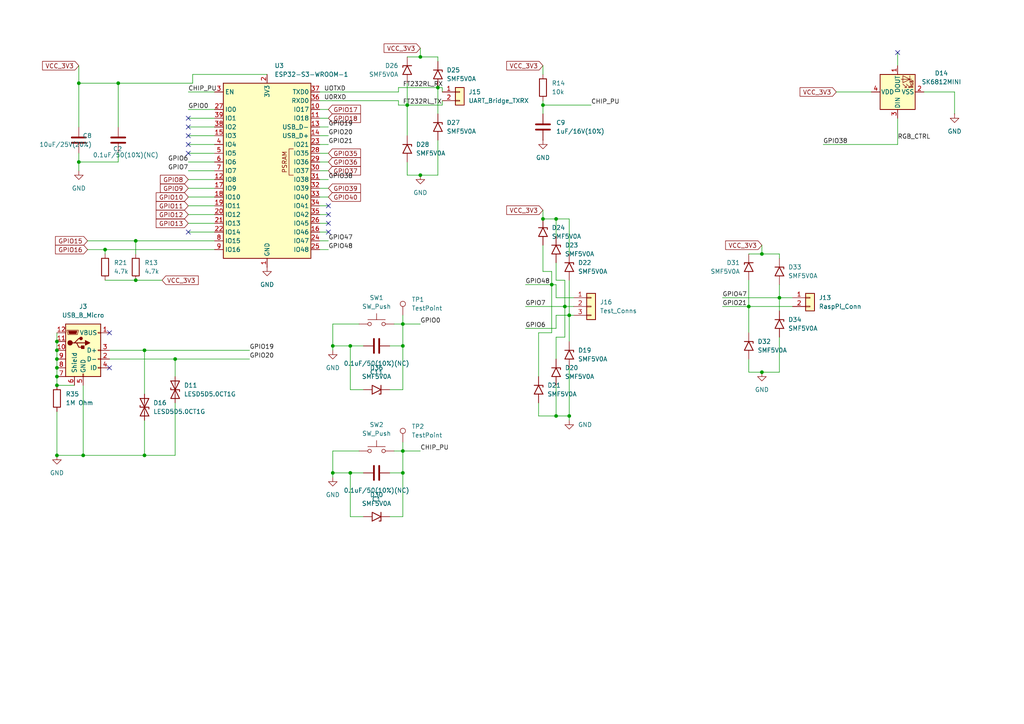
<source format=kicad_sch>
(kicad_sch (version 20250114) (generator "eeschema") (generator_version "9.0")
  (paper "A4")
  (lib_symbols
    (symbol "Connector:TestPoint" (pin_numbers (hide yes)) (pin_names (offset 0.762) (hide yes))
      (property "Reference" "TP" (at 0 6.858 0))
      (property "Value" "TestPoint" (at 0 5.08 0))
      (symbol "TestPoint_0_1"
        (circle (center 0 3.302) (radius 0.762))
      )
      (symbol "TestPoint_1_1"
        (pin passive line (at 0 0 90) (length 2.54) (name "1") (number "1"))
      )
    )
    (symbol "Connector:USB_B_Micro" (pin_names (offset 1.016))
      (property "Reference" "J3" (at 0 12.7 0))
      (property "Value" "USB_B_Micro" (at 0 10.16 0))
      (symbol "USB_B_Micro_0_1"
        (rectangle (start -5.08 -7.62) (end 5.08 7.62) (stroke (width 0.254)) (fill (type background)))
        (polyline (pts (xy -4.699 5.842) (xy -4.699 5.588) (xy -4.445 4.826) (xy -4.445 4.572) (xy -1.651 4.572) (xy -1.651 4.826) (xy -1.397 5.588) (xy -1.397 5.842) (xy -4.699 5.842)))
        (polyline (pts (xy -4.318 5.588) (xy -1.778 5.588) (xy -2.032 4.826) (xy -4.064 4.826) (xy -4.318 5.588)) (fill (type outline)))
        (circle (center -3.81 2.159) (radius 0.635) (stroke (width 0.254)) (fill (type outline)))
        (polyline (pts (xy -3.175 2.159) (xy -2.54 2.159) (xy -1.27 3.429) (xy -0.635 3.429)) (stroke (width 0.254)))
        (polyline (pts (xy -2.54 2.159) (xy -1.905 2.159) (xy -1.27 0.889) (xy 0 0.889)) (stroke (width 0.254)))
        (polyline (pts (xy -1.905 2.159) (xy 0.635 2.159)) (stroke (width 0.254)))
        (circle (center -0.635 3.429) (radius 0.381) (stroke (width 0.254)) (fill (type outline)))
        (rectangle (start -0.127 -7.62) (end 0.127 -6.858))
        (rectangle (start 0.254 1.27) (end -0.508 0.508) (stroke (width 0.254)) (fill (type outline)))
        (polyline (pts (xy 0.635 2.794) (xy 0.635 1.524) (xy 1.905 2.159) (xy 0.635 2.794)) (stroke (width 0.254)) (fill (type outline)))
        (rectangle (start 5.08 4.953) (end 4.318 5.207))
        (rectangle (start 5.08 -0.127) (end 4.318 0.127))
        (rectangle (start 5.08 -2.667) (end 4.318 -2.413))
        (rectangle (start 5.08 -5.207) (end 4.318 -4.953))
      )
      (symbol "USB_B_Micro_1_1"
        (pin input line (at -7.62 5.08 0) (length 2.54) (name "") (number "12"))
        (pin input line (at -7.62 2.54 0) (length 2.54) (name "") (number "11"))
        (pin input line (at -7.62 0 0) (length 2.54) (name "") (number "10"))
        (pin input line (at -7.62 -2.54 0) (length 2.54) (name "") (number "9"))
        (pin input line (at -7.62 -5.08 0) (length 2.54) (name "") (number "8"))
        (pin input line (at -7.62 -7.62 0) (length 2.54) (name "") (number "7"))
        (pin passive line (at -2.54 -10.16 90) (length 2.54) (name "Shield") (number "6"))
        (pin power_out line (at 0 -10.16 90) (length 2.54) (name "GND") (number "5"))
        (pin power_out line (at 7.62 5.08 180) (length 2.54) (name "VBUS") (number "1"))
        (pin bidirectional line (at 7.62 0 180) (length 2.54) (name "D+") (number "3"))
        (pin bidirectional line (at 7.62 -2.54 180) (length 2.54) (name "D-") (number "2"))
        (pin passive line (at 7.62 -5.08 180) (length 2.54) (name "ID") (number "4"))
      )
    )
    (symbol "Connector_Generic:Conn_01x02" (pin_names (offset 1.016) (hide yes))
      (property "Reference" "J" (at 0 2.54 0))
      (property "Value" "Conn_01x02" (at 0 -5.08 0))
      (symbol "Conn_01x02_1_1"
        (rectangle (start -1.27 1.27) (end 1.27 -3.81) (stroke (width 0.254)) (fill (type background)))
        (rectangle (start -1.27 0.127) (end 0 -0.127) (stroke (width 0.1524)))
        (rectangle (start -1.27 -2.413) (end 0 -2.667) (stroke (width 0.1524)))
        (pin passive line (at -5.08 0 0) (length 3.81) (name "Pin_1") (number "1"))
        (pin passive line (at -5.08 -2.54 0) (length 3.81) (name "Pin_2") (number "2"))
      )
    )
    (symbol "Connector_Generic:Conn_01x03" (pin_names (offset 1.016) (hide yes))
      (property "Reference" "J" (at 0 5.08 0))
      (property "Value" "Conn_01x03" (at 0 -5.08 0))
      (symbol "Conn_01x03_1_1"
        (rectangle (start -1.27 3.81) (end 1.27 -3.81) (stroke (width 0.254)) (fill (type background)))
        (rectangle (start -1.27 2.667) (end 0 2.413) (stroke (width 0.1524)))
        (rectangle (start -1.27 0.127) (end 0 -0.127) (stroke (width 0.1524)))
        (rectangle (start -1.27 -2.413) (end 0 -2.667) (stroke (width 0.1524)))
        (pin passive line (at -5.08 2.54 0) (length 3.81) (name "Pin_1") (number "1"))
        (pin passive line (at -5.08 0 0) (length 3.81) (name "Pin_2") (number "2"))
        (pin passive line (at -5.08 -2.54 0) (length 3.81) (name "Pin_3") (number "3"))
      )
    )
    (symbol "Custom_Components:LESD5D5.0CT1G" (pin_numbers (hide yes)) (pin_names (offset 1.016) (hide yes))
      (property "Reference" "D" (at 0 2.54 0))
      (property "Value" "LESD5D5.0CT1G" (at 0 -2.54 0))
      (symbol "LESD5D5.0CT1G_0_1"
        (polyline (pts (xy -2.54 -1.27) (xy 0 0) (xy -2.54 1.27) (xy -2.54 -1.27)) (stroke (width 0.254)))
        (polyline (pts (xy 0.508 1.27) (xy 0 1.27) (xy 0 -1.27) (xy -0.508 -1.27)) (stroke (width 0.254)))
        (polyline (pts (xy 1.27 0) (xy -1.27 0)))
        (polyline (pts (xy 2.54 1.27) (xy 2.54 -1.27) (xy 0 0) (xy 2.54 1.27)) (stroke (width 0.254)))
      )
      (symbol "LESD5D5.0CT1G_1_1"
        (pin passive line (at -3.81 0 0) (length 2.54) (name "A1") (number "1"))
        (pin passive line (at 3.81 0 180) (length 2.54) (name "A2") (number "2"))
      )
    )
    (symbol "Device:C" (pin_numbers (hide yes)) (pin_names (offset 0.254))
      (property "Reference" "C" (at 0.635 2.54 0))
      (property "Value" "C" (at 0.635 -2.54 0))
      (symbol "C_0_1"
        (polyline (pts (xy -2.032 0.762) (xy 2.032 0.762)) (stroke (width 0.508)))
        (polyline (pts (xy -2.032 -0.762) (xy 2.032 -0.762)) (stroke (width 0.508)))
      )
      (symbol "C_1_1"
        (pin passive line (at 0 3.81 270) (length 2.794) (name "~") (number "1"))
        (pin passive line (at 0 -3.81 90) (length 2.794) (name "~") (number "2"))
      )
    )
    (symbol "Device:R" (pin_numbers (hide yes)) (pin_names (offset 0))
      (property "Reference" "R" (at 2.032 0 90))
      (property "Value" "R" (at 0 0 90))
      (symbol "R_0_1"
        (rectangle (start -1.016 -2.54) (end 1.016 2.54) (stroke (width 0.254)))
      )
      (symbol "R_1_1"
        (pin passive line (at 0 3.81 270) (length 1.27) (name "~") (number "1"))
        (pin passive line (at 0 -3.81 90) (length 1.27) (name "~") (number "2"))
      )
    )
    (symbol "Diode:SMF5V0A" (pin_numbers (hide yes)) (pin_names (offset 1.016) (hide yes))
      (property "Reference" "D" (at 0 2.54 0))
      (property "Value" "SMF5V0A" (at 0 -2.54 0))
      (symbol "SMF5V0A_0_1"
        (polyline (pts (xy -0.762 1.27) (xy -1.27 1.27) (xy -1.27 -1.27)) (stroke (width 0.254)))
        (polyline (pts (xy 1.27 1.27) (xy 1.27 -1.27) (xy -1.27 0) (xy 1.27 1.27)) (stroke (width 0.254)))
      )
      (symbol "SMF5V0A_1_1"
        (pin passive line (at -3.81 0 0) (length 2.54) (name "A1") (number "1"))
        (pin passive line (at 3.81 0 180) (length 2.54) (name "A2") (number "2"))
      )
    )
    (symbol "LED:SK6812MINI" (pin_names (offset 0.254))
      (property "Reference" "D" (at 5.08 5.715 0))
      (property "Value" "SK6812MINI" (at 1.27 -5.715 0))
      (symbol "SK6812MINI_0_0"
        (text "RGB" (at 2.286 -4.191 0) (effects (font (size 0.762 0.762))))
      )
      (symbol "SK6812MINI_0_1"
        (polyline (pts (xy 1.27 -2.54) (xy 1.778 -2.54)))
        (polyline (pts (xy 1.27 -3.556) (xy 1.778 -3.556)))
        (polyline (pts (xy 2.286 -1.524) (xy 1.27 -2.54) (xy 1.27 -2.032)))
        (polyline (pts (xy 2.286 -2.54) (xy 1.27 -3.556) (xy 1.27 -3.048)))
        (polyline (pts (xy 3.683 -1.016) (xy 3.683 -3.556) (xy 3.683 -4.064)))
        (polyline (pts (xy 4.699 -1.524) (xy 2.667 -1.524) (xy 3.683 -3.556) (xy 4.699 -1.524)))
        (polyline (pts (xy 4.699 -3.556) (xy 2.667 -3.556)))
        (rectangle (start 5.08 5.08) (end -5.08 -5.08) (stroke (width 0.254)) (fill (type background)))
      )
      (symbol "SK6812MINI_1_1"
        (pin input line (at -7.62 0 0) (length 2.54) (name "DIN") (number "3"))
        (pin power_in line (at 0 7.62 270) (length 2.54) (name "VDD") (number "4"))
        (pin power_in line (at 0 -7.62 90) (length 2.54) (name "VSS") (number "2"))
        (pin output line (at 7.62 0 180) (length 2.54) (name "DOUT") (number "1"))
      )
    )
    (symbol "RF_Module:ESP32-S3-WROOM-1"
      (property "Reference" "U" (at -12.7 26.67 0))
      (property "Value" "ESP32-S3-WROOM-1" (at 12.7 26.67 0))
      (symbol "ESP32-S3-WROOM-1_0_0"
        (rectangle (start -12.7 25.4) (end 12.7 -25.4) (stroke (width 0.254)) (fill (type background)))
        (text "PSRAM" (at 5.08 2.54 900) (effects (font (size 1.27 1.27))))
      )
      (symbol "ESP32-S3-WROOM-1_0_1"
        (polyline (pts (xy 7.62 -1.27) (xy 6.35 -1.27) (xy 6.35 6.35) (xy 7.62 6.35)))
      )
      (symbol "ESP32-S3-WROOM-1_1_1"
        (pin input line (at -15.24 22.86 0) (length 2.54) (name "EN") (number "3"))
        (pin bidirectional line (at -15.24 17.78 0) (length 2.54) (name "IO0") (number "27"))
        (pin bidirectional line (at -15.24 15.24 0) (length 2.54) (name "IO1") (number "39"))
        (pin bidirectional line (at -15.24 12.7 0) (length 2.54) (name "IO2") (number "38"))
        (pin bidirectional line (at -15.24 10.16 0) (length 2.54) (name "IO3") (number "15"))
        (pin bidirectional line (at -15.24 7.62 0) (length 2.54) (name "IO4") (number "4"))
        (pin bidirectional line (at -15.24 5.08 0) (length 2.54) (name "IO5") (number "5"))
        (pin bidirectional line (at -15.24 2.54 0) (length 2.54) (name "IO6") (number "6"))
        (pin bidirectional line (at -15.24 0 0) (length 2.54) (name "IO7") (number "7"))
        (pin bidirectional line (at -15.24 -2.54 0) (length 2.54) (name "IO8") (number "12"))
        (pin bidirectional line (at -15.24 -5.08 0) (length 2.54) (name "IO9") (number "17"))
        (pin bidirectional line (at -15.24 -7.62 0) (length 2.54) (name "IO10") (number "18"))
        (pin bidirectional line (at -15.24 -10.16 0) (length 2.54) (name "IO11") (number "19"))
        (pin bidirectional line (at -15.24 -12.7 0) (length 2.54) (name "IO12") (number "20"))
        (pin bidirectional line (at -15.24 -15.24 0) (length 2.54) (name "IO13") (number "21"))
        (pin bidirectional line (at -15.24 -17.78 0) (length 2.54) (name "IO14") (number "22"))
        (pin bidirectional line (at -15.24 -20.32 0) (length 2.54) (name "IO15") (number "8"))
        (pin bidirectional line (at -15.24 -22.86 0) (length 2.54) (name "IO16") (number "9"))
        (pin power_in line (at 0 27.94 270) (length 2.54) (name "3V3") (number "2"))
        (pin power_in line (at 0 -27.94 90) (length 2.54) (name "GND") (number "1"))
        (pin passive line (at 0 -27.94 90) (length 2.54) (hide yes) (name "GND") (number "40"))
        (pin passive line (at 0 -27.94 90) (length 2.54) (hide yes) (name "GND") (number "41"))
        (pin bidirectional line (at 15.24 22.86 180) (length 2.54) (name "TXD0") (number "37"))
        (pin bidirectional line (at 15.24 20.32 180) (length 2.54) (name "RXD0") (number "36"))
        (pin bidirectional line (at 15.24 17.78 180) (length 2.54) (name "IO17") (number "10"))
        (pin bidirectional line (at 15.24 15.24 180) (length 2.54) (name "IO18") (number "11"))
        (pin bidirectional line (at 15.24 12.7 180) (length 2.54) (name "USB_D-") (number "13"))
        (pin bidirectional line (at 15.24 10.16 180) (length 2.54) (name "USB_D+") (number "14"))
        (pin bidirectional line (at 15.24 7.62 180) (length 2.54) (name "IO21") (number "23"))
        (pin bidirectional line (at 15.24 5.08 180) (length 2.54) (name "IO35") (number "28"))
        (pin bidirectional line (at 15.24 2.54 180) (length 2.54) (name "IO36") (number "29"))
        (pin bidirectional line (at 15.24 0 180) (length 2.54) (name "IO37") (number "30"))
        (pin bidirectional line (at 15.24 -2.54 180) (length 2.54) (name "IO38") (number "31"))
        (pin bidirectional line (at 15.24 -5.08 180) (length 2.54) (name "IO39") (number "32"))
        (pin bidirectional line (at 15.24 -7.62 180) (length 2.54) (name "IO40") (number "33"))
        (pin bidirectional line (at 15.24 -10.16 180) (length 2.54) (name "IO41") (number "34"))
        (pin bidirectional line (at 15.24 -12.7 180) (length 2.54) (name "IO42") (number "35"))
        (pin bidirectional line (at 15.24 -15.24 180) (length 2.54) (name "IO45") (number "26"))
        (pin bidirectional line (at 15.24 -17.78 180) (length 2.54) (name "IO46") (number "16"))
        (pin bidirectional line (at 15.24 -20.32 180) (length 2.54) (name "IO47") (number "24"))
        (pin bidirectional line (at 15.24 -22.86 180) (length 2.54) (name "IO48") (number "25"))
      )
    )
    (symbol "Switch:SW_Push" (pin_numbers (hide yes)) (pin_names (offset 1.016) (hide yes))
      (property "Reference" "SW" (at 1.27 2.54 0))
      (property "Value" "SW_Push" (at 0 -1.524 0))
      (symbol "SW_Push_0_1"
        (circle (center -2.032 0) (radius 0.508))
        (polyline (pts (xy 0 1.27) (xy 0 3.048)))
        (circle (center 2.032 0) (radius 0.508))
        (polyline (pts (xy 2.54 1.27) (xy -2.54 1.27)))
        (pin passive line (at -5.08 0 0) (length 2.54) (name "1") (number "1"))
        (pin passive line (at 5.08 0 180) (length 2.54) (name "2") (number "2"))
      )
    )
    (symbol "power:GND" (power) (pin_numbers (hide yes)) (pin_names (offset 0) (hide yes))
      (property "Value" "GND" (at 0 -3.81 0))
      (symbol "GND_0_1"
        (polyline (pts (xy 0 0) (xy 0 -1.27) (xy 1.27 -1.27) (xy 0 -2.54) (xy -1.27 -1.27) (xy 0 -1.27)))
      )
      (symbol "GND_1_1"
        (pin power_in line (at 0 0 270) (length 0) (name "~") (number "1"))
      )
    )
  )
  (junction (at 220.98 107.95))
  (junction (at 41.91 101.6))
  (junction (at 118.11 30.48))
  (junction (at 163.83 88.9))
  (junction (at 217.17 88.9))
  (junction (at 30.48 72.39))
  (junction (at 96.52 137.16))
  (junction (at 116.84 137.16))
  (junction (at 16.51 99.06))
  (junction (at 16.51 101.6))
  (junction (at 220.98 73.66))
  (junction (at 16.51 106.68))
  (junction (at 165.1 120.65))
  (junction (at 157.48 30.48))
  (junction (at 96.52 100.33))
  (junction (at 116.84 100.33))
  (junction (at 50.8 104.14))
  (junction (at 24.13 132.08))
  (junction (at 116.84 130.81))
  (junction (at 161.29 63.5))
  (junction (at 34.29 24.13))
  (junction (at 39.37 81.28))
  (junction (at 121.92 16.51))
  (junction (at 160.02 82.55))
  (junction (at 121.92 50.8))
  (junction (at 16.51 109.22))
  (junction (at 127 25.4))
  (junction (at 16.51 111.76))
  (junction (at 39.37 69.85))
  (junction (at 101.6 100.33))
  (junction (at 22.86 24.13))
  (junction (at 41.91 132.08))
  (junction (at 22.86 46.99))
  (junction (at 16.51 132.08))
  (junction (at 16.51 104.14))
  (junction (at 226.06 86.36))
  (junction (at 161.29 120.65))
  (junction (at 116.84 93.98))
  (junction (at 165.1 91.44))
  (junction (at 101.6 137.16))
  (junction (at 157.48 63.5))
  (no_connect (at 54.61 67.31))
  (no_connect (at 95.25 64.77))
  (no_connect (at 260.35 15.24))
  (no_connect (at 31.75 96.52))
  (no_connect (at 54.61 44.45))
  (no_connect (at 31.75 106.68))
  (no_connect (at 54.61 34.29))
  (no_connect (at 54.61 39.37))
  (no_connect (at 95.25 67.31))
  (no_connect (at 95.25 62.23))
  (no_connect (at 54.61 41.91))
  (no_connect (at 95.25 59.69))
  (no_connect (at 54.61 36.83))
  (wire (pts (xy 50.8 116.84) (xy 50.8 132.08)))
  (wire (pts (xy 96.52 137.16) (xy 96.52 130.81)))
  (wire (pts (xy 152.4 82.55) (xy 160.02 82.55)))
  (wire (pts (xy 118.11 30.48) (xy 118.11 39.37)))
  (wire (pts (xy 160.02 96.52) (xy 160.02 82.55)))
  (wire (pts (xy 116.84 149.86) (xy 116.84 137.16)))
  (wire (pts (xy 161.29 104.14) (xy 161.29 97.79)))
  (wire (pts (xy 16.51 99.06) (xy 16.51 101.6)))
  (wire (pts (xy 226.06 73.66) (xy 220.98 73.66)))
  (wire (pts (xy 127 50.8) (xy 121.92 50.8)))
  (wire (pts (xy 118.11 50.8) (xy 121.92 50.8)))
  (wire (pts (xy 115.57 26.67) (xy 115.57 25.4)))
  (wire (pts (xy 30.48 72.39) (xy 62.23 72.39)))
  (wire (pts (xy 41.91 101.6) (xy 41.91 114.3)))
  (wire (pts (xy 226.06 107.95) (xy 220.98 107.95)))
  (wire (pts (xy 92.71 31.75) (xy 95.25 31.75)))
  (wire (pts (xy 34.29 24.13) (xy 55.88 24.13)))
  (wire (pts (xy 92.71 69.85) (xy 95.25 69.85)))
  (wire (pts (xy 165.1 81.28) (xy 165.1 91.44)))
  (wire (pts (xy 163.83 97.79) (xy 163.83 88.9)))
  (wire (pts (xy 54.61 57.15) (xy 62.23 57.15)))
  (wire (pts (xy 92.71 29.21) (xy 115.57 29.21)))
  (wire (pts (xy 115.57 30.48) (xy 118.11 30.48)))
  (wire (pts (xy 96.52 100.33) (xy 96.52 93.98)))
  (wire (pts (xy 217.17 73.66) (xy 220.98 73.66)))
  (wire (pts (xy 220.98 71.12) (xy 220.98 73.66)))
  (wire (pts (xy 217.17 104.14) (xy 217.17 107.95)))
  (wire (pts (xy 24.13 132.08) (xy 41.91 132.08)))
  (wire (pts (xy 92.71 62.23) (xy 95.25 62.23)))
  (wire (pts (xy 157.48 30.48) (xy 171.45 30.48)))
  (wire (pts (xy 127 25.4) (xy 128.27 25.4)))
  (wire (pts (xy 54.61 36.83) (xy 62.23 36.83)))
  (wire (pts (xy 209.55 88.9) (xy 217.17 88.9)))
  (wire (pts (xy 165.1 120.65) (xy 165.1 106.68)))
  (wire (pts (xy 128.27 25.4) (xy 128.27 26.67)))
  (wire (pts (xy 113.03 137.16) (xy 116.84 137.16)))
  (wire (pts (xy 92.71 39.37) (xy 95.25 39.37)))
  (wire (pts (xy 161.29 97.79) (xy 163.83 97.79)))
  (wire (pts (xy 92.71 41.91) (xy 95.25 41.91)))
  (wire (pts (xy 161.29 95.25) (xy 161.29 91.44)))
  (wire (pts (xy 54.61 26.67) (xy 62.23 26.67)))
  (wire (pts (xy 92.71 26.67) (xy 115.57 26.67)))
  (wire (pts (xy 54.61 49.53) (xy 62.23 49.53)))
  (wire (pts (xy 116.84 137.16) (xy 116.84 130.81)))
  (wire (pts (xy 161.29 63.5) (xy 157.48 63.5)))
  (wire (pts (xy 242.57 26.67) (xy 252.73 26.67)))
  (wire (pts (xy 260.35 41.91) (xy 260.35 34.29)))
  (wire (pts (xy 127 25.4) (xy 127 33.02)))
  (wire (pts (xy 101.6 113.03) (xy 101.6 100.33)))
  (wire (pts (xy 161.29 86.36) (xy 166.37 86.36)))
  (wire (pts (xy 54.61 46.99) (xy 62.23 46.99)))
  (wire (pts (xy 16.51 109.22) (xy 16.51 111.76)))
  (wire (pts (xy 238.76 41.91) (xy 260.35 41.91)))
  (wire (pts (xy 226.06 86.36) (xy 229.87 86.36)))
  (wire (pts (xy 39.37 69.85) (xy 39.37 73.66)))
  (wire (pts (xy 16.51 101.6) (xy 16.51 104.14)))
  (wire (pts (xy 165.1 99.06) (xy 165.1 91.44)))
  (wire (pts (xy 105.41 113.03) (xy 101.6 113.03)))
  (wire (pts (xy 31.75 104.14) (xy 50.8 104.14)))
  (wire (pts (xy 55.88 21.59) (xy 55.88 24.13)))
  (wire (pts (xy 16.51 119.38) (xy 16.51 132.08)))
  (wire (pts (xy 34.29 36.83) (xy 34.29 24.13)))
  (wire (pts (xy 113.03 100.33) (xy 116.84 100.33)))
  (wire (pts (xy 34.29 24.13) (xy 22.86 24.13)))
  (wire (pts (xy 217.17 88.9) (xy 229.87 88.9)))
  (wire (pts (xy 92.71 57.15) (xy 95.25 57.15)))
  (wire (pts (xy 116.84 100.33) (xy 116.84 93.98)))
  (wire (pts (xy 92.71 36.83) (xy 95.25 36.83)))
  (wire (pts (xy 156.21 109.22) (xy 156.21 96.52)))
  (wire (pts (xy 113.03 149.86) (xy 116.84 149.86)))
  (wire (pts (xy 114.3 93.98) (xy 116.84 93.98)))
  (wire (pts (xy 217.17 81.28) (xy 217.17 88.9)))
  (wire (pts (xy 161.29 76.2) (xy 161.29 81.28)))
  (wire (pts (xy 114.3 130.81) (xy 116.84 130.81)))
  (wire (pts (xy 157.48 78.74) (xy 157.48 71.12)))
  (wire (pts (xy 96.52 137.16) (xy 101.6 137.16)))
  (wire (pts (xy 226.06 82.55) (xy 226.06 86.36)))
  (wire (pts (xy 128.27 30.48) (xy 128.27 29.21)))
  (wire (pts (xy 116.84 91.44) (xy 116.84 93.98)))
  (wire (pts (xy 22.86 46.99) (xy 22.86 49.53)))
  (wire (pts (xy 163.83 88.9) (xy 166.37 88.9)))
  (wire (pts (xy 54.61 34.29) (xy 62.23 34.29)))
  (wire (pts (xy 41.91 132.08) (xy 50.8 132.08)))
  (wire (pts (xy 127 17.78) (xy 127 16.51)))
  (wire (pts (xy 54.61 62.23) (xy 62.23 62.23)))
  (wire (pts (xy 127 16.51) (xy 121.92 16.51)))
  (wire (pts (xy 116.84 130.81) (xy 121.92 130.81)))
  (wire (pts (xy 260.35 15.24) (xy 260.35 19.05)))
  (wire (pts (xy 54.61 64.77) (xy 62.23 64.77)))
  (wire (pts (xy 92.71 67.31) (xy 95.25 67.31)))
  (wire (pts (xy 127 40.64) (xy 127 50.8)))
  (wire (pts (xy 16.51 132.08) (xy 24.13 132.08)))
  (wire (pts (xy 30.48 73.66) (xy 30.48 72.39)))
  (wire (pts (xy 121.92 13.97) (xy 121.92 16.51)))
  (wire (pts (xy 217.17 88.9) (xy 217.17 96.52)))
  (wire (pts (xy 25.4 72.39) (xy 30.48 72.39)))
  (wire (pts (xy 54.61 52.07) (xy 62.23 52.07)))
  (wire (pts (xy 115.57 25.4) (xy 127 25.4)))
  (wire (pts (xy 101.6 137.16) (xy 105.41 137.16)))
  (wire (pts (xy 50.8 104.14) (xy 50.8 109.22)))
  (wire (pts (xy 118.11 24.13) (xy 118.11 30.48)))
  (wire (pts (xy 101.6 149.86) (xy 101.6 137.16)))
  (wire (pts (xy 92.71 52.07) (xy 95.25 52.07)))
  (wire (pts (xy 116.84 113.03) (xy 116.84 100.33)))
  (wire (pts (xy 92.71 44.45) (xy 95.25 44.45)))
  (wire (pts (xy 161.29 111.76) (xy 161.29 120.65)))
  (wire (pts (xy 226.06 74.93) (xy 226.06 73.66)))
  (wire (pts (xy 217.17 107.95) (xy 220.98 107.95)))
  (wire (pts (xy 115.57 29.21) (xy 115.57 30.48)))
  (wire (pts (xy 22.86 24.13) (xy 22.86 36.83)))
  (wire (pts (xy 116.84 128.27) (xy 116.84 130.81)))
  (wire (pts (xy 39.37 69.85) (xy 62.23 69.85)))
  (wire (pts (xy 165.1 91.44) (xy 166.37 91.44)))
  (wire (pts (xy 16.51 106.68) (xy 16.51 109.22)))
  (wire (pts (xy 157.48 19.05) (xy 157.48 21.59)))
  (wire (pts (xy 31.75 101.6) (xy 41.91 101.6)))
  (wire (pts (xy 157.48 30.48) (xy 157.48 33.02)))
  (wire (pts (xy 34.29 44.45) (xy 34.29 46.99)))
  (wire (pts (xy 161.29 68.58) (xy 161.29 63.5)))
  (wire (pts (xy 226.06 97.79) (xy 226.06 107.95)))
  (wire (pts (xy 54.61 54.61) (xy 62.23 54.61)))
  (wire (pts (xy 54.61 39.37) (xy 62.23 39.37)))
  (wire (pts (xy 21.59 111.76) (xy 16.51 111.76)))
  (wire (pts (xy 276.86 26.67) (xy 276.86 33.02)))
  (wire (pts (xy 161.29 82.55) (xy 161.29 86.36)))
  (wire (pts (xy 226.06 86.36) (xy 226.06 90.17)))
  (wire (pts (xy 163.83 81.28) (xy 163.83 88.9)))
  (wire (pts (xy 96.52 138.43) (xy 96.52 137.16)))
  (wire (pts (xy 39.37 81.28) (xy 46.99 81.28)))
  (wire (pts (xy 30.48 81.28) (xy 39.37 81.28)))
  (wire (pts (xy 92.71 54.61) (xy 95.25 54.61)))
  (wire (pts (xy 55.88 21.59) (xy 77.47 21.59)))
  (wire (pts (xy 92.71 59.69) (xy 95.25 59.69)))
  (wire (pts (xy 41.91 101.6) (xy 72.39 101.6)))
  (wire (pts (xy 96.52 130.81) (xy 104.14 130.81)))
  (wire (pts (xy 54.61 67.31) (xy 62.23 67.31)))
  (wire (pts (xy 96.52 101.6) (xy 96.52 100.33)))
  (wire (pts (xy 161.29 120.65) (xy 165.1 120.65)))
  (wire (pts (xy 92.71 64.77) (xy 95.25 64.77)))
  (wire (pts (xy 101.6 100.33) (xy 105.41 100.33)))
  (wire (pts (xy 161.29 81.28) (xy 163.83 81.28)))
  (wire (pts (xy 118.11 46.99) (xy 118.11 50.8)))
  (wire (pts (xy 160.02 82.55) (xy 160.02 78.74)))
  (wire (pts (xy 105.41 149.86) (xy 101.6 149.86)))
  (wire (pts (xy 22.86 19.05) (xy 22.86 24.13)))
  (wire (pts (xy 92.71 46.99) (xy 95.25 46.99)))
  (wire (pts (xy 209.55 86.36) (xy 226.06 86.36)))
  (wire (pts (xy 152.4 88.9) (xy 163.83 88.9)))
  (wire (pts (xy 160.02 78.74) (xy 157.48 78.74)))
  (wire (pts (xy 165.1 73.66) (xy 165.1 63.5)))
  (wire (pts (xy 96.52 100.33) (xy 101.6 100.33)))
  (wire (pts (xy 161.29 91.44) (xy 165.1 91.44)))
  (wire (pts (xy 160.02 82.55) (xy 161.29 82.55)))
  (wire (pts (xy 156.21 96.52) (xy 160.02 96.52)))
  (wire (pts (xy 118.11 16.51) (xy 121.92 16.51)))
  (wire (pts (xy 16.51 96.52) (xy 16.51 99.06)))
  (wire (pts (xy 22.86 44.45) (xy 22.86 46.99)))
  (wire (pts (xy 54.61 59.69) (xy 62.23 59.69)))
  (wire (pts (xy 156.21 120.65) (xy 161.29 120.65)))
  (wire (pts (xy 41.91 121.92) (xy 41.91 132.08)))
  (wire (pts (xy 54.61 44.45) (xy 62.23 44.45)))
  (wire (pts (xy 157.48 60.96) (xy 157.48 63.5)))
  (wire (pts (xy 16.51 104.14) (xy 16.51 106.68)))
  (wire (pts (xy 118.11 30.48) (xy 128.27 30.48)))
  (wire (pts (xy 50.8 104.14) (xy 72.39 104.14)))
  (wire (pts (xy 54.61 31.75) (xy 62.23 31.75)))
  (wire (pts (xy 92.71 72.39) (xy 95.25 72.39)))
  (wire (pts (xy 157.48 29.21) (xy 157.48 30.48)))
  (wire (pts (xy 24.13 111.76) (xy 24.13 132.08)))
  (wire (pts (xy 54.61 41.91) (xy 62.23 41.91)))
  (wire (pts (xy 116.84 93.98) (xy 121.92 93.98)))
  (wire (pts (xy 92.71 49.53) (xy 95.25 49.53)))
  (wire (pts (xy 267.97 26.67) (xy 276.86 26.67)))
  (wire (pts (xy 165.1 121.92) (xy 165.1 120.65)))
  (wire (pts (xy 165.1 63.5) (xy 161.29 63.5)))
  (wire (pts (xy 92.71 34.29) (xy 95.25 34.29)))
  (wire (pts (xy 96.52 93.98) (xy 104.14 93.98)))
  (wire (pts (xy 22.86 46.99) (xy 34.29 46.99)))
  (wire (pts (xy 156.21 116.84) (xy 156.21 120.65)))
  (wire (pts (xy 25.4 69.85) (xy 39.37 69.85)))
  (wire (pts (xy 113.03 113.03) (xy 116.84 113.03)))
  (wire (pts (xy 152.4 95.25) (xy 161.29 95.25)))
  (label "GPIO19" (at 72.39 101.6 0))
  (label "GPIO0" (at 121.92 93.98 0))
  (label "CHIP_PU" (at 54.61 26.67 0))
  (label "CHIP_PU" (at 171.45 30.48 0))
  (label "GPIO47" (at 95.25 69.85 0))
  (label "U0RXD" (at 93.98 29.21 0))
  (label "GPIO6" (at 152.4 95.25 0))
  (label "GPIO21" (at 209.55 88.9 0))
  (label "FT232RL_RX" (at 116.84 25.4 0))
  (label "GPIO47" (at 209.55 86.36 0))
  (label "RGB_CTRL" (at 260.35 40.64 0))
  (label "GPIO7" (at 54.61 49.53 180))
  (label "GPIO20" (at 95.25 39.37 0))
  (label "GPIO19" (at 95.25 36.83 0))
  (label "GPIO6" (at 54.61 46.99 180))
  (label "GPIO48" (at 95.25 72.39 0))
  (label "FT232RL_TX" (at 116.84 30.48 0))
  (label "GPIO48" (at 152.4 82.55 0))
  (label "GPIO0" (at 54.61 31.75 0))
  (label "GPIO38" (at 238.76 41.91 0))
  (label "GPIO20" (at 72.39 104.14 0))
  (label "GPIO7" (at 152.4 88.9 0))
  (label "UOTXD" (at 93.98 26.67 0))
  (label "GPIO38" (at 95.25 52.07 0))
  (label "CHIP_PU" (at 121.92 130.81 0))
  (label "GPIO21" (at 95.25 41.91 0))
  (global_label "GPIO15" (shape input) (at 25.4 69.85 180) (property "Intersheetrefs" "${INTERSHEET_REFS}" (effects (hide yes))))
  (global_label "GPIO12" (shape input) (at 54.61 62.23 180) (property "Intersheetrefs" "${INTERSHEET_REFS}" (effects (hide yes))))
  (global_label "GPIO37" (shape input) (at 95.25 49.53 0) (property "Intersheetrefs" "${INTERSHEET_REFS}" (effects (hide yes))))
  (global_label "VCC_3V3" (shape input) (at 46.99 81.28 0) (property "Intersheetrefs" "${INTERSHEET_REFS}" (effects (hide yes))))
  (global_label "GPIO16" (shape input) (at 25.4 72.39 180) (property "Intersheetrefs" "${INTERSHEET_REFS}" (effects (hide yes))))
  (global_label "GPIO13" (shape input) (at 54.61 64.77 180) (property "Intersheetrefs" "${INTERSHEET_REFS}" (effects (hide yes))))
  (global_label "GPIO36" (shape input) (at 95.25 46.99 0) (property "Intersheetrefs" "${INTERSHEET_REFS}" (effects (hide yes))))
  (global_label "VCC_3V3" (shape input) (at 220.98 71.12 180) (property "Intersheetrefs" "${INTERSHEET_REFS}" (effects (hide yes))))
  (global_label "GPIO9" (shape input) (at 54.61 54.61 180) (property "Intersheetrefs" "${INTERSHEET_REFS}" (effects (hide yes))))
  (global_label "VCC_3V3" (shape input) (at 242.57 26.67 180) (property "Intersheetrefs" "${INTERSHEET_REFS}" (effects (hide yes))))
  (global_label "GPIO39" (shape input) (at 95.25 54.61 0) (property "Intersheetrefs" "${INTERSHEET_REFS}" (effects (hide yes))))
  (global_label "GPIO8" (shape input) (at 54.61 52.07 180) (property "Intersheetrefs" "${INTERSHEET_REFS}" (effects (hide yes))))
  (global_label "GPIO40" (shape input) (at 95.25 57.15 0) (property "Intersheetrefs" "${INTERSHEET_REFS}" (effects (hide yes))))
  (global_label "VCC_3V3" (shape input) (at 157.48 60.96 180) (property "Intersheetrefs" "${INTERSHEET_REFS}" (effects (hide yes))))
  (global_label "VCC_3V3" (shape input) (at 121.92 13.97 180) (property "Intersheetrefs" "${INTERSHEET_REFS}" (effects (hide yes))))
  (global_label "GPIO35" (shape input) (at 95.25 44.45 0) (property "Intersheetrefs" "${INTERSHEET_REFS}" (effects (hide yes))))
  (global_label "GPIO18" (shape input) (at 95.25 34.29 0) (property "Intersheetrefs" "${INTERSHEET_REFS}" (effects (hide yes))))
  (global_label "GPIO10" (shape input) (at 54.61 57.15 180) (property "Intersheetrefs" "${INTERSHEET_REFS}" (effects (hide yes))))
  (global_label "GPIO17" (shape input) (at 95.25 31.75 0) (property "Intersheetrefs" "${INTERSHEET_REFS}" (effects (hide yes))))
  (global_label "VCC_3V3" (shape input) (at 157.48 19.05 180) (property "Intersheetrefs" "${INTERSHEET_REFS}" (effects (hide yes))))
  (global_label "GPIO11" (shape input) (at 54.61 59.69 180) (property "Intersheetrefs" "${INTERSHEET_REFS}" (effects (hide yes))))
  (global_label "VCC_3V3" (shape input) (at 22.86 19.05 180) (property "Intersheetrefs" "${INTERSHEET_REFS}" (effects (hide yes))))
  (symbol (lib_id "power:GND") (at 121.92 50.8 0) (unit 1)
    (property "Reference" "#PWR027" (effects (hide yes)))
    (property "Value" "GND" (at 121.92 55.88 0))
    (property "Description" "Power symbol creates a global label with name \"GND\" , ground" (effects (hide yes)))
  )
  (symbol (lib_id "Connector_Generic:Conn_01x02") (at 133.35 26.67 0) (unit 1)
    (property "Reference" "J15" (at 135.89 26.6699 0) (effects (justify left)))
    (property "Value" "UART_Bridge_TXRX" (at 135.89 29.2099 0) (effects (justify left)))
    (property "Footprint" "Connector_JST:JST_XH_B2B-XH-AM_1x02_P2.50mm_Vertical" (effects (hide yes)))
    (property "Datasheet" "https://www.jst-mfg.com/product/pdf/eng/eXH.pdf" (effects (hide yes)))
    (property "Description" "Generic connector, single row, 01x02, script generated (kicad-library-utils/schlib/autogen/connector/)" (effects (hide yes)))
  )
  (symbol (lib_id "Device:C") (at 109.22 100.33 90) (mirror x) (unit 1)
    (property "Reference" "C11" (at 109.22 107.95 90))
    (property "Value" "0.1uF/50(10%)(NC)" (at 109.22 105.41 90))
    (property "Footprint" "LocalComponents:CAPC2012X95N_" (effects (hide yes)))
    (property "Datasheet" "https://mm.digikey.com/Volume0/opasdata/d220001/medias/docus/609/CL21B104KBCNNN_Spec.pdf" (effects (hide yes)))
    (property "Description" "Unpolarized capacitor" (effects (hide yes)))
  )
  (symbol (lib_id "Diode:SMF5V0A") (at 161.29 72.39 270) (unit 1)
    (property "Reference" "D23" (at 163.83 71.1199 90) (effects (justify left)))
    (property "Value" "SMF5V0A" (at 163.83 73.6599 90) (effects (justify left)))
    (property "Footprint" "Diode_SMD:D_SMF" (effects (hide yes)))
    (property "Datasheet" "https://www.vishay.com/doc?85881" (effects (hide yes)))
    (property "Description" "200W unidirectional Transil Transient Voltage Suppressor, 5Vrwm, SMF" (effects (hide yes)))
  )
  (symbol (lib_id "power:GND") (at 96.52 138.43 0) (unit 1)
    (property "Reference" "#PWR02" (effects (hide yes)))
    (property "Value" "GND" (at 96.52 143.51 0))
    (property "Description" "Power symbol creates a global label with name \"GND\" , ground" (effects (hide yes)))
  )
  (symbol (lib_id "power:GND") (at 276.86 33.02 0) (unit 1)
    (property "Reference" "#PWR023" (effects (hide yes)))
    (property "Value" "GND" (at 276.86 38.1 0))
    (property "Description" "Power symbol creates a global label with name \"GND\" , ground" (effects (hide yes)))
  )
  (symbol (lib_id "Device:C") (at 34.29 40.64 0) (unit 1)
    (property "Reference" "C2" (at 32.766 43.18 0) (effects (justify left)))
    (property "Value" "0.1uF/50(10%)(NC)" (at 26.924 44.958 0) (effects (justify left)))
    (property "Footprint" "LocalComponents:CAPC2012X95N_" (effects (hide yes)))
    (property "Datasheet" "https://mm.digikey.com/Volume0/opasdata/d220001/medias/docus/609/CL21B104KBCNNN_Spec.pdf" (effects (hide yes)))
    (property "Description" "Unpolarized capacitor" (effects (hide yes)))
  )
  (symbol (lib_id "Diode:SMF5V0A") (at 226.06 93.98 270) (unit 1)
    (property "Reference" "D34" (at 228.6 92.7099 90) (effects (justify left)))
    (property "Value" "SMF5V0A" (at 228.6 95.2499 90) (effects (justify left)))
    (property "Footprint" "Diode_SMD:D_SMF" (effects (hide yes)))
    (property "Datasheet" "https://www.vishay.com/doc?85881" (effects (hide yes)))
    (property "Description" "200W unidirectional Transil Transient Voltage Suppressor, 5Vrwm, SMF" (effects (hide yes)))
  )
  (symbol (lib_id "power:GND") (at 77.47 77.47 0) (unit 1)
    (property "Reference" "#PWR014" (effects (hide yes)))
    (property "Value" "GND" (at 77.47 82.55 0))
    (property "Description" "Power symbol creates a global label with name \"GND\" , ground" (effects (hide yes)))
  )
  (symbol (lib_id "power:GND") (at 157.48 40.64 0) (unit 1)
    (property "Reference" "#PWR011" (effects (hide yes)))
    (property "Value" "GND" (at 157.48 45.72 0))
    (property "Description" "Power symbol creates a global label with name \"GND\" , ground" (effects (hide yes)))
  )
  (symbol (lib_id "power:GND") (at 22.86 49.53 0) (unit 1)
    (property "Reference" "#PWR010" (effects (hide yes)))
    (property "Value" "GND" (at 22.86 54.61 0))
    (property "Description" "Power symbol creates a global label with name \"GND\" , ground" (effects (hide yes)))
  )
  (symbol (lib_id "Diode:SMF5V0A") (at 118.11 20.32 90) (mirror x) (unit 1)
    (property "Reference" "D26" (at 115.57 19.0499 90) (effects (justify left)))
    (property "Value" "SMF5V0A" (at 115.57 21.5899 90) (effects (justify left)))
    (property "Footprint" "Diode_SMD:D_SMF" (effects (hide yes)))
    (property "Datasheet" "https://www.vishay.com/doc?85881" (effects (hide yes)))
    (property "Description" "200W unidirectional Transil Transient Voltage Suppressor, 5Vrwm, SMF" (effects (hide yes)))
  )
  (symbol (lib_id "Device:C") (at 157.48 36.83 0) (unit 1)
    (property "Reference" "C9" (at 161.29 35.5599 0) (effects (justify left)))
    (property "Value" "1uF/16V(10%)" (at 161.29 38.0999 0) (effects (justify left)))
    (property "Footprint" "LocalComponents:CAPC1005X55N" (effects (hide yes)))
    (property "Datasheet" "https://mm.digikey.com/Volume0/opasdata/d220001/medias/docus/609/CL05A105KO5NNNC_Spec_5-2-19.pdf" (effects (hide yes)))
    (property "Description" "Unpolarized capacitor" (effects (hide yes)))
  )
  (symbol (lib_id "Diode:SMF5V0A") (at 157.48 67.31 270) (unit 1)
    (property "Reference" "D24" (at 160.02 66.0399 90) (effects (justify left)))
    (property "Value" "SMF5V0A" (at 160.02 68.5799 90) (effects (justify left)))
    (property "Footprint" "Diode_SMD:D_SMF" (effects (hide yes)))
    (property "Datasheet" "https://www.vishay.com/doc?85881" (effects (hide yes)))
    (property "Description" "200W unidirectional Transil Transient Voltage Suppressor, 5Vrwm, SMF" (effects (hide yes)))
  )
  (symbol (lib_id "Custom_Components:LESD5D5.0CT1G") (at 50.8 113.03 90) (unit 1)
    (property "Reference" "D11" (at 53.34 111.7599 90) (effects (justify right)))
    (property "Value" "LESD5D5.0CT1G" (at 53.34 114.2999 90) (effects (justify right)))
    (property "Footprint" "LocalComponents:ESD5V0LBTP" (effects (hide yes)))
    (property "Datasheet" "https://www.mouser.com/datasheet/3/225/1/ESD5V0LB(DFN1006-2).pdf" (effects (hide yes)))
    (property "Description" "1500W bidirectional TVS diode, DO-201AE" (effects (hide yes)))
  )
  (symbol (lib_id "Diode:SMF5V0A") (at 109.22 149.86 180) (unit 1)
    (property "Reference" "D30" (at 109.22 143.51 0))
    (property "Value" "SMF5V0A" (at 109.22 146.05 0))
    (property "Footprint" "Diode_SMD:D_SMF" (effects (hide yes)))
    (property "Datasheet" "https://www.vishay.com/doc?85881" (effects (hide yes)))
    (property "Description" "200W unidirectional Transil Transient Voltage Suppressor, 5Vrwm, SMF" (effects (hide yes)))
  )
  (symbol (lib_id "power:GND") (at 165.1 121.92 0) (unit 1)
    (property "Reference" "#PWR026" (effects (hide yes)))
    (property "Value" "GND" (at 167.64 123.1899 0) (effects (justify left)))
    (property "Description" "Power symbol creates a global label with name \"GND\" , ground" (effects (hide yes)))
  )
  (symbol (lib_id "Diode:SMF5V0A") (at 109.22 113.03 180) (unit 1)
    (property "Reference" "D36" (at 109.22 106.68 0))
    (property "Value" "SMF5V0A" (at 109.22 109.22 0))
    (property "Footprint" "Diode_SMD:D_SMF" (effects (hide yes)))
    (property "Datasheet" "https://www.vishay.com/doc?85881" (effects (hide yes)))
    (property "Description" "200W unidirectional Transil Transient Voltage Suppressor, 5Vrwm, SMF" (effects (hide yes)))
  )
  (symbol (lib_id "Connector_Generic:Conn_01x03") (at 171.45 88.9 0) (unit 1)
    (property "Reference" "J16" (at 173.99 87.6299 0) (effects (justify left)))
    (property "Value" "Test_Conns" (at 173.99 90.1699 0) (effects (justify left)))
    (property "Footprint" "Connector_JST:JST_XH_B3B-XH-A_1x03_P2.50mm_Vertical" (effects (hide yes)))
    (property "Datasheet" "https://www.jst-mfg.com/product/pdf/eng/eXH.pdf" (effects (hide yes)))
    (property "Description" "Generic connector, single row, 01x03, script generated (kicad-library-utils/schlib/autogen/connector/)" (effects (hide yes)))
  )
  (symbol (lib_id "Connector_Generic:Conn_01x02") (at 234.95 86.36 0) (unit 1)
    (property "Reference" "J13" (at 237.49 86.3599 0) (effects (justify left)))
    (property "Value" "RaspPi_Conn" (at 237.49 88.8999 0) (effects (justify left)))
    (property "Footprint" "Connector_JST:JST_XH_B2B-XH-AM_1x02_P2.50mm_Vertical" (effects (hide yes)))
    (property "Datasheet" "https://www.jst-mfg.com/product/pdf/eng/eXH.pdf" (effects (hide yes)))
    (property "Description" "Generic connector, single row, 01x02, script generated (kicad-library-utils/schlib/autogen/connector/)" (effects (hide yes)))
  )
  (symbol (lib_id "Device:R") (at 30.48 77.47 0) (unit 1)
    (property "Reference" "R21" (at 33.02 76.1999 0) (effects (justify left)))
    (property "Value" "4.7k" (at 33.02 78.7399 0) (effects (justify left)))
    (property "Footprint" "LocalComponents:RESC1005X40" (effects (hide yes)))
    (property "Datasheet" "https://yageogroup.com/content/datasheet/asset/file/PYU-RC_GROUP_51_ROHS_L" (effects (hide yes)))
    (property "Description" "Resistor" (effects (hide yes)))
  )
  (symbol (lib_id "Diode:SMF5V0A") (at 165.1 102.87 270) (unit 1)
    (property "Reference" "D19" (at 167.64 101.5999 90) (effects (justify left)))
    (property "Value" "SMF5V0A" (at 167.64 104.1399 90) (effects (justify left)))
    (property "Footprint" "Diode_SMD:D_SMF" (effects (hide yes)))
    (property "Datasheet" "https://www.vishay.com/doc?85881" (effects (hide yes)))
    (property "Description" "200W unidirectional Transil Transient Voltage Suppressor, 5Vrwm, SMF" (effects (hide yes)))
  )
  (symbol (lib_id "Device:R") (at 39.37 77.47 0) (unit 1)
    (property "Reference" "R13" (at 41.91 76.1999 0) (effects (justify left)))
    (property "Value" "4.7k" (at 41.91 78.7399 0) (effects (justify left)))
    (property "Footprint" "LocalComponents:RESC1005X40" (effects (hide yes)))
    (property "Datasheet" "https://yageogroup.com/content/datasheet/asset/file/PYU-RC_GROUP_51_ROHS_L" (effects (hide yes)))
    (property "Description" "Resistor" (effects (hide yes)))
  )
  (symbol (lib_id "Switch:SW_Push") (at 109.22 93.98 0) (unit 1)
    (property "Reference" "SW1" (at 109.22 86.36 0))
    (property "Value" "SW_Push" (at 109.22 88.9 0))
    (property "Footprint" "Button_Switch_THT:SW_PUSH-12mm" (effects (hide yes)))
    (property "Datasheet" "https://www.digikey.com/en/products/detail/panasonic-electronic-components/ESB-33535A/3873298" (effects (hide yes)))
    (property "Description" "Push button switch, generic, two pins" (effects (hide yes)))
  )
  (symbol (lib_id "Diode:SMF5V0A") (at 127 21.59 270) (unit 1)
    (property "Reference" "D25" (at 129.54 20.3199 90) (effects (justify left)))
    (property "Value" "SMF5V0A" (at 129.54 22.8599 90) (effects (justify left)))
    (property "Footprint" "Diode_SMD:D_SMF" (effects (hide yes)))
    (property "Datasheet" "https://www.vishay.com/doc?85881" (effects (hide yes)))
    (property "Description" "200W unidirectional Transil Transient Voltage Suppressor, 5Vrwm, SMF" (effects (hide yes)))
  )
  (symbol (lib_id "power:GND") (at 220.98 107.95 0) (unit 1)
    (property "Reference" "#PWR029" (effects (hide yes)))
    (property "Value" "GND" (at 220.98 113.03 0))
    (property "Description" "Power symbol creates a global label with name \"GND\" , ground" (effects (hide yes)))
  )
  (symbol (lib_id "LED:SK6812MINI") (at 260.35 26.67 90) (unit 1)
    (property "Reference" "D14" (at 273.05 21.2246 90))
    (property "Value" "SK6812MINI" (at 273.05 23.7646 90))
    (property "Footprint" "LED_SMD:LED_SK6812MINI_PLCC4_3.5x3.5mm_P1.75mm" (effects (hide yes)))
    (property "Datasheet" "https://cdn-shop.adafruit.com/product-files/2686/SK6812MINI_REV.01-1-2.pdf" (effects (hide yes)))
    (property "Description" "RGB LED with integrated controller" (effects (hide yes)))
  )
  (symbol (lib_id "Device:R") (at 157.48 25.4 0) (unit 1)
    (property "Reference" "R14" (at 160.02 24.1299 0) (effects (justify left)))
    (property "Value" "10k" (at 160.02 26.6699 0) (effects (justify left)))
    (property "Footprint" "LocalComponents:STA_RMCF0402_STP" (effects (hide yes)))
    (property "Datasheet" "https://www.seielect.com/catalog/SEI-RMCF_RMCP.pdf" (effects (hide yes)))
    (property "Description" "Resistor" (effects (hide yes)))
  )
  (symbol (lib_id "Device:R") (at 16.51 115.57 0) (unit 1)
    (property "Reference" "R35" (at 19.05 114.2999 0) (effects (justify left)))
    (property "Value" "1M Ohm" (at 19.05 116.8399 0) (effects (justify left)))
    (property "Footprint" "LocalComponents:RESC2012X60N" (effects (hide yes)))
    (property "Datasheet" "https://industrial.panasonic.com/cdbs/www-data/pdf/RDM0000/AOA0000C307.pdf" (effects (hide yes)))
    (property "Description" "Resistor" (effects (hide yes)))
  )
  (symbol (lib_id "Diode:SMF5V0A") (at 217.17 100.33 270) (unit 1)
    (property "Reference" "D32" (at 219.71 99.0599 90) (effects (justify left)))
    (property "Value" "SMF5V0A" (at 219.71 101.5999 90) (effects (justify left)))
    (property "Footprint" "Diode_SMD:D_SMF" (effects (hide yes)))
    (property "Datasheet" "https://www.vishay.com/doc?85881" (effects (hide yes)))
    (property "Description" "200W unidirectional Transil Transient Voltage Suppressor, 5Vrwm, SMF" (effects (hide yes)))
  )
  (symbol (lib_id "Diode:SMF5V0A") (at 127 36.83 270) (unit 1)
    (property "Reference" "D27" (at 129.54 35.5599 90) (effects (justify left)))
    (property "Value" "SMF5V0A" (at 129.54 38.0999 90) (effects (justify left)))
    (property "Footprint" "Diode_SMD:D_SMF" (effects (hide yes)))
    (property "Datasheet" "https://www.vishay.com/doc?85881" (effects (hide yes)))
    (property "Description" "200W unidirectional Transil Transient Voltage Suppressor, 5Vrwm, SMF" (effects (hide yes)))
  )
  (symbol (lib_id "Switch:SW_Push") (at 109.22 130.81 0) (unit 1)
    (property "Reference" "SW2" (at 109.22 123.19 0))
    (property "Value" "SW_Push" (at 109.22 125.73 0))
    (property "Footprint" "Button_Switch_THT:SW_PUSH-12mm" (effects (hide yes)))
    (property "Datasheet" "https://www.digikey.com/en/products/detail/panasonic-electronic-components/ESB-33535A/3873298" (effects (hide yes)))
    (property "Description" "Push button switch, generic, two pins" (effects (hide yes)))
  )
  (symbol (lib_id "Connector:USB_B_Micro") (at 24.13 101.6 0) (unit 1)
    (property "Reference" "J3" (at 24.13 88.9 0))
    (property "Value" "USB_B_Micro" (at 24.13 91.44 0))
    (property "Footprint" "LocalComponents:CONN_UB-MC5BR3-SDWP604-4S-TF_JST" (effects (hide yes)))
    (property "Datasheet" "https://www.jst-mfg.com/product/pdf/eng/eUB-micro-USB1.pdf" (effects (hide yes)))
    (property "Description" "USB Micro Type B connector" (effects (hide yes)))
  )
  (symbol (lib_id "Diode:SMF5V0A") (at 165.1 77.47 270) (unit 1)
    (property "Reference" "D22" (at 167.64 76.1999 90) (effects (justify left)))
    (property "Value" "SMF5V0A" (at 167.64 78.7399 90) (effects (justify left)))
    (property "Footprint" "Diode_SMD:D_SMF" (effects (hide yes)))
    (property "Datasheet" "https://www.vishay.com/doc?85881" (effects (hide yes)))
    (property "Description" "200W unidirectional Transil Transient Voltage Suppressor, 5Vrwm, SMF" (effects (hide yes)))
  )
  (symbol (lib_id "Diode:SMF5V0A") (at 118.11 43.18 270) (unit 1)
    (property "Reference" "D28" (at 120.65 41.9099 90) (effects (justify left)))
    (property "Value" "SMF5V0A" (at 120.65 44.4499 90) (effects (justify left)))
    (property "Footprint" "Diode_SMD:D_SMF" (effects (hide yes)))
    (property "Datasheet" "https://www.vishay.com/doc?85881" (effects (hide yes)))
    (property "Description" "200W unidirectional Transil Transient Voltage Suppressor, 5Vrwm, SMF" (effects (hide yes)))
  )
  (symbol (lib_id "Device:C") (at 109.22 137.16 90) (mirror x) (unit 1)
    (property "Reference" "C1" (at 109.22 144.78 90))
    (property "Value" "0.1uF/50(10%)(NC)" (at 109.22 142.24 90))
    (property "Footprint" "LocalComponents:CAPC2012X95N_" (effects (hide yes)))
    (property "Datasheet" "https://mm.digikey.com/Volume0/opasdata/d220001/medias/docus/609/CL21B104KBCNNN_Spec.pdf" (effects (hide yes)))
    (property "Description" "Unpolarized capacitor" (effects (hide yes)))
  )
  (symbol (lib_id "Connector:TestPoint") (at 116.84 128.27 0) (unit 1)
    (property "Reference" "TP2" (at 119.38 123.6979 0) (effects (justify left)))
    (property "Value" "TestPoint" (at 119.38 126.2379 0) (effects (justify left)))
    (property "Footprint" "TestPoint:TestPoint_Pad_D1.5mm" (effects (hide yes)))
    (property "Description" "test point" (effects (hide yes)))
  )
  (symbol (lib_id "Diode:SMF5V0A") (at 217.17 77.47 90) (mirror x) (unit 1)
    (property "Reference" "D31" (at 214.63 76.1999 90) (effects (justify left)))
    (property "Value" "SMF5V0A" (at 214.63 78.7399 90) (effects (justify left)))
    (property "Footprint" "Diode_SMD:D_SMF" (effects (hide yes)))
    (property "Datasheet" "https://www.vishay.com/doc?85881" (effects (hide yes)))
    (property "Description" "200W unidirectional Transil Transient Voltage Suppressor, 5Vrwm, SMF" (effects (hide yes)))
  )
  (symbol (lib_id "Device:C") (at 22.86 40.64 0) (unit 1)
    (property "Reference" "C8" (at 26.67 39.3699 0) (effects (justify right)))
    (property "Value" "10uF/25V(20%)" (at 26.67 41.9099 0) (effects (justify right)))
    (property "Footprint" "LocalComponents:CAPC1608X100N" (effects (hide yes)))
    (property "Datasheet" "https://mm.digikey.com/Volume0/opasdata/d220001/medias/docus/658/CL10A106MA8NRNC_Spec.pdf" (effects (hide yes)))
    (property "Description" "Unpolarized capacitor" (effects (hide yes)))
  )
  (symbol (lib_id "Diode:SMF5V0A") (at 161.29 107.95 270) (unit 1)
    (property "Reference" "D20" (at 163.83 106.6799 90) (effects (justify left)))
    (property "Value" "SMF5V0A" (at 163.83 109.2199 90) (effects (justify left)))
    (property "Footprint" "Diode_SMD:D_SMF" (effects (hide yes)))
    (property "Datasheet" "https://www.vishay.com/doc?85881" (effects (hide yes)))
    (property "Description" "200W unidirectional Transil Transient Voltage Suppressor, 5Vrwm, SMF" (effects (hide yes)))
  )
  (symbol (lib_id "power:GND") (at 16.51 132.08 0) (unit 1)
    (property "Reference" "#PWR033" (effects (hide yes)))
    (property "Value" "GND" (at 16.51 137.16 0))
    (property "Description" "Power symbol creates a global label with name \"GND\" , ground" (effects (hide yes)))
  )
  (symbol (lib_id "Diode:SMF5V0A") (at 226.06 78.74 270) (unit 1)
    (property "Reference" "D33" (at 228.6 77.4699 90) (effects (justify left)))
    (property "Value" "SMF5V0A" (at 228.6 80.0099 90) (effects (justify left)))
    (property "Footprint" "Diode_SMD:D_SMF" (effects (hide yes)))
    (property "Datasheet" "https://www.vishay.com/doc?85881" (effects (hide yes)))
    (property "Description" "200W unidirectional Transil Transient Voltage Suppressor, 5Vrwm, SMF" (effects (hide yes)))
  )
  (symbol (lib_id "RF_Module:ESP32-S3-WROOM-1") (at 77.47 49.53 0) (unit 1)
    (property "Reference" "U3" (at 79.6133 19.05 0) (effects (justify left)))
    (property "Value" "ESP32-S3-WROOM-1" (at 79.6133 21.59 0) (effects (justify left)))
    (property "Footprint" "RF_Module:ESP32-S3-WROOM-1" (effects (hide yes)))
    (property "Datasheet" "https://www.espressif.com/sites/default/files/documentation/esp32-s3-wroom-1_wroom-1u_datasheet_en.pdf" (effects (hide yes)))
    (property "Description" "RF Module, ESP32-S3 SoC, Wi-Fi 802.11b/g/n, Bluetooth, BLE, 32-bit, 3.3V, onboard antenna, SMD" (effects (hide yes)))
  )
  (symbol (lib_id "Diode:SMF5V0A") (at 156.21 113.03 270) (unit 1)
    (property "Reference" "D21" (at 158.75 111.7599 90) (effects (justify left)))
    (property "Value" "SMF5V0A" (at 158.75 114.2999 90) (effects (justify left)))
    (property "Footprint" "Diode_SMD:D_SMF" (effects (hide yes)))
    (property "Datasheet" "https://www.vishay.com/doc?85881" (effects (hide yes)))
    (property "Description" "200W unidirectional Transil Transient Voltage Suppressor, 5Vrwm, SMF" (effects (hide yes)))
  )
  (symbol (lib_id "Custom_Components:LESD5D5.0CT1G") (at 41.91 118.11 90) (unit 1)
    (property "Reference" "D16" (at 44.45 116.8399 90) (effects (justify right)))
    (property "Value" "LESD5D5.0CT1G" (at 44.45 119.3799 90) (effects (justify right)))
    (property "Footprint" "LocalComponents:ESD5V0LBTP" (effects (hide yes)))
    (property "Datasheet" "https://www.mouser.com/datasheet/3/225/1/ESD5V0LB(DFN1006-2).pdf" (effects (hide yes)))
    (property "Description" "1500W bidirectional TVS diode, DO-201AE" (effects (hide yes)))
  )
  (symbol (lib_id "Connector:TestPoint") (at 116.84 91.44 0) (unit 1)
    (property "Reference" "TP1" (at 119.38 86.8679 0) (effects (justify left)))
    (property "Value" "TestPoint" (at 119.38 89.4079 0) (effects (justify left)))
    (property "Footprint" "TestPoint:TestPoint_Pad_D1.5mm" (effects (hide yes)))
    (property "Description" "test point" (effects (hide yes)))
  )
  (symbol (lib_id "power:GND") (at 96.52 101.6 0) (unit 1)
    (property "Reference" "#PWR01" (effects (hide yes)))
    (property "Value" "GND" (at 96.52 106.68 0))
    (property "Description" "Power symbol creates a global label with name \"GND\" , ground" (effects (hide yes)))
  )
)
</source>
